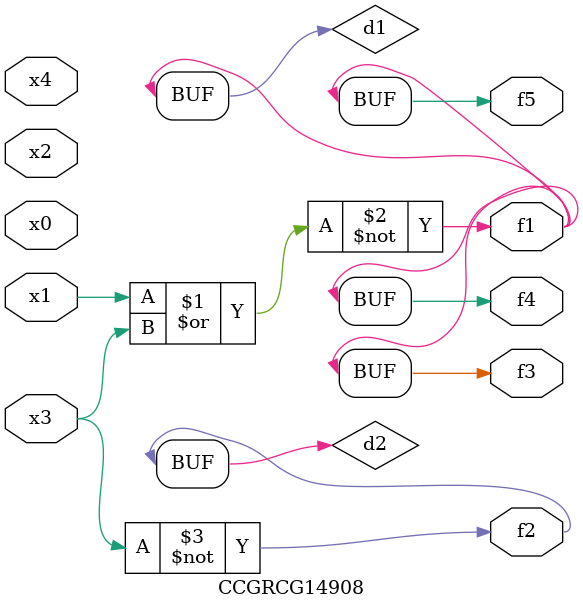
<source format=v>
module CCGRCG14908(
	input x0, x1, x2, x3, x4,
	output f1, f2, f3, f4, f5
);

	wire d1, d2;

	nor (d1, x1, x3);
	not (d2, x3);
	assign f1 = d1;
	assign f2 = d2;
	assign f3 = d1;
	assign f4 = d1;
	assign f5 = d1;
endmodule

</source>
